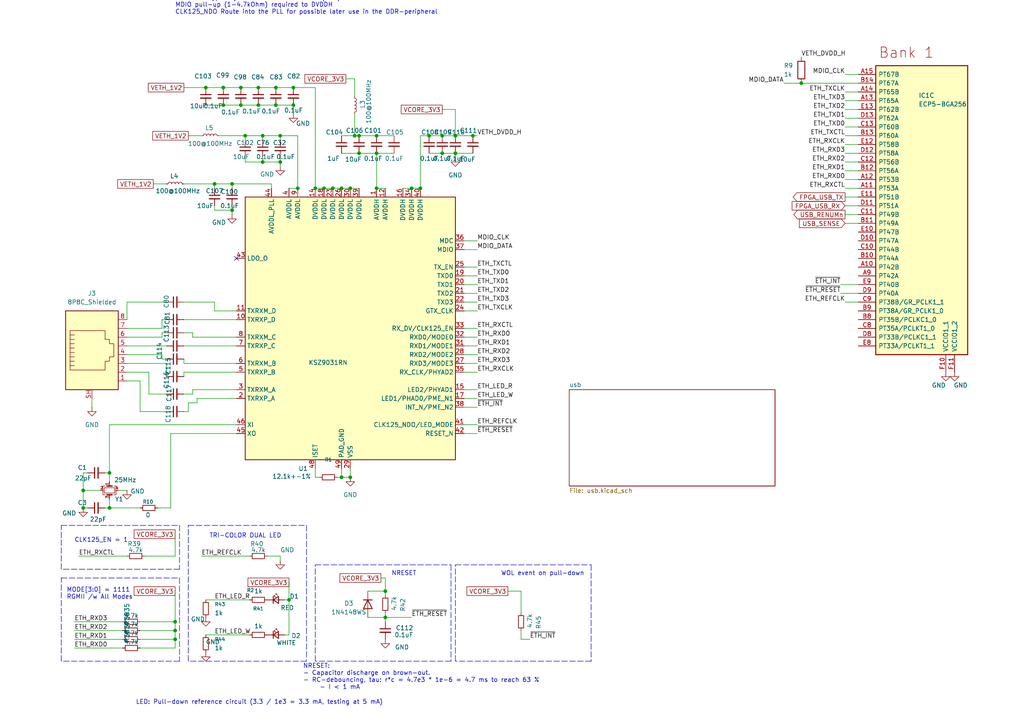
<source format=kicad_sch>
(kicad_sch (version 20250114) (generator "eeschema") (generator_version "9.0")
  (paper "A4")
  (text "NRESET: \n- Capacitor discharge on brown-out.\n- RC-debouncing, tau: r*c = 4.7e3 * 1e-6 = 4.7 ms to reach 63 %\n	- I < 1 mA" (at 87.884 200.152 0) (effects (font (size 1.27 1.27)) (justify left bottom)))
  (text "LED: Pull-down reference circuit (3.3 / 1e3 = 3.3 mA, testing at 5 mA)" (at 39.37 204.47 0) (effects (font (size 1.27 1.27)) (justify left bottom)))
  (text "MDCLK is typically about 1 MHz -2.5 MHz (MAX)\nMDIO pull-up (1-4.7kOhm) required to DVDDH\nCLK125_NDO Route into the PLL for possible later use in the DDR-peripheral" (at 50.8 1.524 0) (effects (font (size 1.27 1.27)) (justify left)))
  (text "TRI-COLOR DUAL LED" (at 60.706 156.21 0) (effects (font (size 1.27 1.27)) (justify left bottom)))
  (text "NRESET" (at 113.538 167.132 0) (effects (font (size 1.27 1.27)) (justify left bottom)))
  (text "MODE[3:0] = 1111\nRGMII /w All Modes" (at 19.304 173.99 0) (effects (font (size 1.27 1.27)) (justify left bottom)))
  (text "Auto-sense function MDI/MDI-X (3.3)\n  +  -\n* 1, 2 -> Pair 3 (Green)\n* 3, 6 -> Pair 2 (Orange)\n* 4, 5 -> Pair 1 (Blue)\n* 7, 8 -> Pair 4 (Brown)\n\nBLOCKING CAPACITORS\n- phase gain difference calibrated for < 3 degrees @ 200 kHz\n- Check TI AN1519\nHowever: the self-resonance of these ethernet magnetics is probably way below 1 GHz.\n- For now keep the 100 nF S.R.F -> think about using magnetics later-on" (at -104.394 100.076 0) (effects (font (size 1.27 1.27)) (justify left)))
  (text "CLK125_EN = 1" (at 21.59 157.48 0) (effects (font (size 1.27 1.27)) (justify left bottom)))
  (text "WOL event on pull-down" (at 145.288 167.132 0) (effects (font (size 1.27 1.27)) (justify left bottom)))
  (junction (at 50.8 185.42))
  (junction (at 69.85 30.48))
  (junction (at 99.06 54.61))
  (junction (at 111.76 171.45))
  (junction (at 99.06 138.43))
  (junction (at 69.85 25.4))
  (junction (at 85.09 30.48))
  (junction (at 232.41 24.13))
  (junction (at 81.28 46.99))
  (junction (at 24.13 142.24))
  (junction (at 64.77 30.48))
  (junction (at 50.8 182.88))
  (junction (at 128.27 44.45))
  (junction (at 96.52 54.61))
  (junction (at 102.87 39.37))
  (junction (at 59.69 25.4))
  (junction (at 124.46 39.37))
  (junction (at 91.44 54.61))
  (junction (at 109.22 44.45))
  (junction (at 67.31 60.96))
  (junction (at 50.8 180.34))
  (junction (at 80.01 25.4))
  (junction (at 86.36 54.61))
  (junction (at 101.6 54.61))
  (junction (at 74.93 30.48))
  (junction (at 104.14 44.45))
  (junction (at 80.01 30.48))
  (junction (at 119.38 54.61))
  (junction (at 109.22 39.37))
  (junction (at 132.08 44.45))
  (junction (at 109.22 54.61))
  (junction (at 104.14 39.37))
  (junction (at 62.23 53.34))
  (junction (at 31.75 147.32))
  (junction (at 137.16 39.37))
  (junction (at 93.98 54.61))
  (junction (at 71.12 39.37))
  (junction (at 24.13 147.32))
  (junction (at 111.76 179.07))
  (junction (at 132.08 39.37))
  (junction (at 74.93 25.4))
  (junction (at 101.6 138.43))
  (junction (at 31.75 137.16))
  (junction (at 128.27 39.37))
  (junction (at 76.2 46.99))
  (junction (at 64.77 25.4))
  (junction (at 83.82 173.99))
  (junction (at 81.28 39.37))
  (junction (at 67.31 53.34))
  (junction (at 76.2 39.37))
  (junction (at 85.09 25.4))
  (junction (at 121.92 54.61))
  (no_connect (at 68.58 74.93))
  (wire (pts (xy 134.62 72.39) (xy 138.43 72.39)))
  (wire (pts (xy 83.82 168.91) (xy 83.82 173.99)))
  (wire (pts (xy 110.49 167.64) (xy 111.76 167.64)))
  (polyline (pts (xy 52.07 191.77) (xy 17.78 191.77)) (stroke (width 0) (type dash)))
  (polyline (pts (xy 91.44 163.83) (xy 130.81 163.83)) (stroke (width 0) (type dash)))
  (wire (pts (xy 54.61 119.38) (xy 53.34 119.38)))
  (wire (pts (xy 99.06 54.61) (xy 96.52 54.61)))
  (wire (pts (xy 85.09 30.48) (xy 80.01 30.48)))
  (wire (pts (xy 114.3 44.45) (xy 109.22 44.45)))
  (wire (pts (xy 83.82 184.15) (xy 83.82 173.99)))
  (wire (pts (xy 248.92 21.59) (xy 245.11 21.59)))
  (wire (pts (xy 248.92 26.67) (xy 245.11 26.67)))
  (wire (pts (xy 59.69 25.4) (xy 53.34 25.4)))
  (polyline (pts (xy 88.9 191.77) (xy 54.61 191.77)) (stroke (width 0) (type dash)))
  (wire (pts (xy 26.67 115.57) (xy 26.67 118.11)))
  (wire (pts (xy 31.75 144.78) (xy 31.75 147.32)))
  (wire (pts (xy 24.13 142.24) (xy 29.21 142.24)))
  (polyline (pts (xy 171.45 163.83) (xy 171.45 191.77)) (stroke (width 0) (type dash)))
  (wire (pts (xy 64.77 25.4) (xy 69.85 25.4)))
  (wire (pts (xy 21.59 182.88) (xy 35.56 182.88)))
  (wire (pts (xy 40.64 119.38) (xy 40.64 110.49)))
  (polyline (pts (xy 54.61 152.4) (xy 88.9 152.4)) (stroke (width 0) (type dash)))
  (wire (pts (xy 48.26 87.63) (xy 36.83 87.63)))
  (wire (pts (xy 71.12 40.64) (xy 71.12 39.37)))
  (wire (pts (xy 36.83 100.33) (xy 48.26 100.33)))
  (wire (pts (xy 248.92 29.21) (xy 245.11 29.21)))
  (wire (pts (xy 67.31 60.96) (xy 62.23 60.96)))
  (wire (pts (xy 36.83 87.63) (xy 36.83 92.71)))
  (polyline (pts (xy 54.61 191.77) (xy 54.61 152.4)) (stroke (width 0) (type dash)))
  (wire (pts (xy 78.74 53.34) (xy 67.31 53.34)))
  (wire (pts (xy 101.6 54.61) (xy 99.06 54.61)))
  (wire (pts (xy 245.11 59.69) (xy 248.92 59.69)))
  (wire (pts (xy 121.92 39.37) (xy 121.92 54.61)))
  (wire (pts (xy 21.59 187.96) (xy 35.56 187.96)))
  (wire (pts (xy 134.62 107.95) (xy 138.43 107.95)))
  (wire (pts (xy 91.44 135.89) (xy 91.44 138.43)))
  (wire (pts (xy 41.91 161.29) (xy 50.8 161.29)))
  (wire (pts (xy 137.16 44.45) (xy 132.08 44.45)))
  (wire (pts (xy 68.58 105.41) (xy 53.34 105.41)))
  (polyline (pts (xy 171.45 191.77) (xy 132.08 191.77)) (stroke (width 0) (type dash)))
  (polyline (pts (xy 52.07 167.64) (xy 52.07 191.77)) (stroke (width 0) (type dash)))
  (wire (pts (xy 132.08 31.75) (xy 132.08 39.37)))
  (wire (pts (xy 46.99 95.25) (xy 36.83 95.25)))
  (wire (pts (xy 82.55 173.99) (xy 83.82 173.99)))
  (wire (pts (xy 134.62 95.25) (xy 138.43 95.25)))
  (wire (pts (xy 53.34 107.95) (xy 68.58 107.95)))
  (wire (pts (xy 97.79 138.43) (xy 99.06 138.43)))
  (wire (pts (xy 77.47 161.29) (xy 81.28 161.29)))
  (wire (pts (xy 134.62 69.85) (xy 138.43 69.85)))
  (wire (pts (xy 53.34 96.52) (xy 55.88 96.52)))
  (wire (pts (xy 111.76 179.07) (xy 119.38 179.07)))
  (wire (pts (xy 46.99 104.14) (xy 46.99 102.87)))
  (wire (pts (xy 134.62 100.33) (xy 138.43 100.33)))
  (wire (pts (xy 121.92 54.61) (xy 119.38 54.61)))
  (wire (pts (xy 57.15 115.57) (xy 68.58 115.57)))
  (wire (pts (xy 48.26 53.34) (xy 44.45 53.34)))
  (wire (pts (xy 46.99 97.79) (xy 36.83 97.79)))
  (wire (pts (xy 109.22 44.45) (xy 104.14 44.45)))
  (wire (pts (xy 248.92 46.99) (xy 245.11 46.99)))
  (wire (pts (xy 119.38 54.61) (xy 116.84 54.61)))
  (wire (pts (xy 109.22 39.37) (xy 104.14 39.37)))
  (wire (pts (xy 248.92 52.07) (xy 245.11 52.07)))
  (wire (pts (xy 248.92 44.45) (xy 245.11 44.45)))
  (wire (pts (xy 132.08 39.37) (xy 128.27 39.37)))
  (wire (pts (xy 104.14 39.37) (xy 102.87 39.37)))
  (wire (pts (xy 86.36 39.37) (xy 81.28 39.37)))
  (wire (pts (xy 55.88 97.79) (xy 68.58 97.79)))
  (wire (pts (xy 134.62 87.63) (xy 138.43 87.63)))
  (wire (pts (xy 40.64 180.34) (xy 50.8 180.34)))
  (wire (pts (xy 248.92 54.61) (xy 245.11 54.61)))
  (wire (pts (xy 134.62 82.55) (xy 138.43 82.55)))
  (wire (pts (xy 153.67 185.42) (xy 151.13 185.42)))
  (wire (pts (xy 76.2 40.64) (xy 76.2 39.37)))
  (wire (pts (xy 109.22 44.45) (xy 109.22 54.61)))
  (wire (pts (xy 62.23 54.61) (xy 62.23 53.34)))
  (wire (pts (xy 30.48 137.16) (xy 31.75 137.16)))
  (wire (pts (xy 49.53 147.32) (xy 45.72 147.32)))
  (wire (pts (xy 62.23 59.69) (xy 62.23 60.96)))
  (wire (pts (xy 138.43 39.37) (xy 137.16 39.37)))
  (wire (pts (xy 68.58 90.17) (xy 62.23 90.17)))
  (wire (pts (xy 48.26 105.41) (xy 36.83 105.41)))
  (wire (pts (xy 104.14 44.45) (xy 99.06 44.45)))
  (wire (pts (xy 71.12 39.37) (xy 63.5 39.37)))
  (wire (pts (xy 78.74 54.61) (xy 78.74 53.34)))
  (polyline (pts (xy 17.78 191.77) (xy 17.78 167.64)) (stroke (width 0) (type dash)))
  (wire (pts (xy 76.2 39.37) (xy 71.12 39.37)))
  (wire (pts (xy 99.06 135.89) (xy 99.06 138.43)))
  (wire (pts (xy 81.28 46.99) (xy 76.2 46.99)))
  (wire (pts (xy 48.26 104.14) (xy 46.99 104.14)))
  (wire (pts (xy 64.77 30.48) (xy 59.69 30.48)))
  (wire (pts (xy 59.69 184.15) (xy 72.39 184.15)))
  (wire (pts (xy 50.8 185.42) (xy 50.8 187.96)))
  (wire (pts (xy 59.69 173.99) (xy 72.39 173.99)))
  (wire (pts (xy 86.36 39.37) (xy 86.36 54.61)))
  (wire (pts (xy 248.92 24.13) (xy 232.41 24.13)))
  (wire (pts (xy 74.93 30.48) (xy 80.01 30.48)))
  (wire (pts (xy 40.64 182.88) (xy 50.8 182.88)))
  (wire (pts (xy 85.09 25.4) (xy 80.01 25.4)))
  (wire (pts (xy 111.76 179.07) (xy 111.76 180.34)))
  (wire (pts (xy 74.93 30.48) (xy 69.85 30.48)))
  (wire (pts (xy 57.15 116.84) (xy 57.15 115.57)))
  (wire (pts (xy 134.62 97.79) (xy 138.43 97.79)))
  (wire (pts (xy 85.09 25.4) (xy 91.44 25.4)))
  (wire (pts (xy 31.75 137.16) (xy 31.75 123.19)))
  (wire (pts (xy 137.16 39.37) (xy 132.08 39.37)))
  (wire (pts (xy 49.53 125.73) (xy 49.53 147.32)))
  (wire (pts (xy 102.87 22.86) (xy 102.87 27.94)))
  (wire (pts (xy 91.44 138.43) (xy 92.71 138.43)))
  (wire (pts (xy 91.44 25.4) (xy 91.44 54.61)))
  (wire (pts (xy 248.92 34.29) (xy 245.11 34.29)))
  (wire (pts (xy 35.56 185.42) (xy 21.59 185.42)))
  (wire (pts (xy 69.85 30.48) (xy 64.77 30.48)))
  (wire (pts (xy 55.88 114.3) (xy 55.88 113.03)))
  (wire (pts (xy 245.11 64.77) (xy 248.92 64.77)))
  (wire (pts (xy 248.92 39.37) (xy 245.11 39.37)))
  (wire (pts (xy 74.93 25.4) (xy 69.85 25.4)))
  (wire (pts (xy 134.62 115.57) (xy 138.43 115.57)))
  (wire (pts (xy 114.3 39.37) (xy 109.22 39.37)))
  (wire (pts (xy 243.84 85.09) (xy 248.92 85.09)))
  (polyline (pts (xy 91.44 191.77) (xy 91.44 163.83)) (stroke (width 0) (type dash)))
  (wire (pts (xy 132.08 44.45) (xy 128.27 44.45)))
  (wire (pts (xy 76.2 46.99) (xy 71.12 46.99)))
  (wire (pts (xy 48.26 92.71) (xy 46.99 92.71)))
  (wire (pts (xy 81.28 46.99) (xy 81.28 45.72)))
  (wire (pts (xy 86.36 54.61) (xy 83.82 54.61)))
  (wire (pts (xy 128.27 31.75) (xy 132.08 31.75)))
  (wire (pts (xy 111.76 177.8) (xy 111.76 179.07)))
  (wire (pts (xy 232.41 24.13) (xy 227.33 24.13)))
  (wire (pts (xy 55.88 113.03) (xy 68.58 113.03)))
  (wire (pts (xy 46.99 92.71) (xy 46.99 95.25)))
  (polyline (pts (xy 88.9 152.4) (xy 88.9 191.77)) (stroke (width 0) (type dash)))
  (wire (pts (xy 62.23 87.63) (xy 62.23 90.17)))
  (polyline (pts (xy 17.78 152.4) (xy 52.07 152.4)) (stroke (width 0) (type dash)))
  (wire (pts (xy 81.28 40.64) (xy 81.28 39.37)))
  (wire (pts (xy 40.64 110.49) (xy 36.83 110.49)))
  (wire (pts (xy 58.42 39.37) (xy 54.61 39.37)))
  (wire (pts (xy 128.27 39.37) (xy 124.46 39.37)))
  (wire (pts (xy 22.86 161.29) (xy 36.83 161.29)))
  (wire (pts (xy 81.28 39.37) (xy 76.2 39.37)))
  (wire (pts (xy 245.11 62.23) (xy 248.92 62.23)))
  (wire (pts (xy 96.52 54.61) (xy 93.98 54.61)))
  (polyline (pts (xy 130.81 163.83) (xy 130.81 191.77)) (stroke (width 0) (type dash)))
  (wire (pts (xy 111.76 171.45) (xy 111.76 172.72)))
  (wire (pts (xy 104.14 54.61) (xy 101.6 54.61)))
  (wire (pts (xy 134.62 80.01) (xy 138.43 80.01)))
  (wire (pts (xy 53.34 100.33) (xy 68.58 100.33)))
  (wire (pts (xy 46.99 96.52) (xy 46.99 97.79)))
  (wire (pts (xy 76.2 46.99) (xy 76.2 45.72)))
  (wire (pts (xy 53.34 105.41) (xy 53.34 104.14)))
  (wire (pts (xy 48.26 109.22) (xy 48.26 105.41)))
  (wire (pts (xy 43.18 107.95) (xy 36.83 107.95)))
  (wire (pts (xy 109.22 54.61) (xy 111.76 54.61)))
  (polyline (pts (xy 17.78 165.1) (xy 17.78 152.4)) (stroke (width 0) (type dash)))
  (wire (pts (xy 134.62 85.09) (xy 138.43 85.09)))
  (wire (pts (xy 243.84 82.55) (xy 248.92 82.55)))
  (wire (pts (xy 134.62 123.19) (xy 138.43 123.19)))
  (wire (pts (xy 134.62 90.17) (xy 138.43 90.17)))
  (wire (pts (xy 54.61 119.38) (xy 54.61 116.84)))
  (wire (pts (xy 48.26 114.3) (xy 43.18 114.3)))
  (wire (pts (xy 245.11 57.15) (xy 248.92 57.15)))
  (wire (pts (xy 102.87 22.86) (xy 100.33 22.86)))
  (wire (pts (xy 101.6 135.89) (xy 101.6 138.43)))
  (wire (pts (xy 31.75 147.32) (xy 40.64 147.32)))
  (wire (pts (xy 134.62 77.47) (xy 138.43 77.47)))
  (wire (pts (xy 46.99 96.52) (xy 48.26 96.52)))
  (wire (pts (xy 64.77 25.4) (xy 59.69 25.4)))
  (wire (pts (xy 106.68 171.45) (xy 111.76 171.45)))
  (polyline (pts (xy 130.81 191.77) (xy 91.44 191.77)) (stroke (width 0) (type dash)))
  (wire (pts (xy 40.64 187.96) (xy 50.8 187.96)))
  (wire (pts (xy 67.31 62.23) (xy 67.31 60.96)))
  (polyline (pts (xy 132.08 163.83) (xy 171.45 163.83)) (stroke (width 0) (type dash)))
  (wire (pts (xy 24.13 137.16) (xy 25.4 137.16)))
  (wire (pts (xy 124.46 39.37) (xy 121.92 39.37)))
  (wire (pts (xy 248.92 31.75) (xy 245.11 31.75)))
  (wire (pts (xy 50.8 171.45) (xy 50.8 180.34)))
  (wire (pts (xy 134.62 125.73) (xy 138.43 125.73)))
  (polyline (pts (xy 52.07 152.4) (xy 52.07 165.1)) (stroke (width 0) (type dash)))
  (wire (pts (xy 134.62 113.03) (xy 138.43 113.03)))
  (wire (pts (xy 46.99 102.87) (xy 36.83 102.87)))
  (wire (pts (xy 106.68 179.07) (xy 111.76 179.07)))
  (wire (pts (xy 68.58 92.71) (xy 53.34 92.71)))
  (wire (pts (xy 102.87 33.02) (xy 102.87 39.37)))
  (wire (pts (xy 54.61 116.84) (xy 57.15 116.84)))
  (wire (pts (xy 80.01 25.4) (xy 74.93 25.4)))
  (wire (pts (xy 55.88 114.3) (xy 53.34 114.3)))
  (wire (pts (xy 50.8 154.94) (xy 50.8 161.29)))
  (wire (pts (xy 68.58 125.73) (xy 49.53 125.73)))
  (wire (pts (xy 134.62 105.41) (xy 138.43 105.41)))
  (wire (pts (xy 128.27 44.45) (xy 124.46 44.45)))
  (wire (pts (xy 53.34 53.34) (xy 62.23 53.34)))
  (wire (pts (xy 67.31 54.61) (xy 67.31 53.34)))
  (wire (pts (xy 24.13 142.24) (xy 24.13 147.32)))
  (wire (pts (xy 71.12 46.99) (xy 71.12 45.72)))
  (wire (pts (xy 31.75 123.19) (xy 68.58 123.19)))
  (wire (pts (xy 99.06 138.43) (xy 101.6 138.43)))
  (wire (pts (xy 24.13 147.32) (xy 25.4 147.32)))
  (wire (pts (xy 93.98 54.61) (xy 91.44 54.61)))
  (wire (pts (xy 151.13 185.42) (xy 151.13 182.88)))
  (wire (pts (xy 151.13 171.45) (xy 151.13 177.8)))
  (wire (pts (xy 55.88 96.52) (xy 55.88 97.79)))
  (wire (pts (xy 147.32 171.45) (xy 151.13 171.45)))
  (polyline (pts (xy 17.78 167.64) (xy 52.07 167.64)) (stroke (width 0) (type dash)))
  (wire (pts (xy 111.76 167.64) (xy 111.76 171.45)))
  (wire (pts (xy 58.42 161.29) (xy 72.39 161.29)))
  (wire (pts (xy 34.29 142.24) (xy 36.83 142.24)))
  (wire (pts (xy 30.48 147.32) (xy 31.75 147.32)))
  (wire (pts (xy 102.87 39.37) (xy 99.06 39.37)))
  (wire (pts (xy 81.28 161.29) (xy 81.28 162.56)))
  (wire (pts (xy 134.62 118.11) (xy 138.43 118.11)))
  (wire (pts (xy 248.92 36.83) (xy 245.11 36.83)))
  (polyline (pts (xy 52.07 165.1) (xy 17.78 165.1)) (stroke (width 0) (type dash)))
  (polyline (pts (xy 132.08 191.77) (xy 132.08 163.83)) (stroke (width 0) (type dash)))
  (wire (pts (xy 48.26 119.38) (xy 40.64 119.38)))
  (wire (pts (xy 43.18 114.3) (xy 43.18 107.95)))
  (wire (pts (xy 50.8 182.88) (xy 50.8 185.42)))
  (wire (pts (xy 67.31 59.69) (xy 67.31 60.96)))
  (wire (pts (xy 248.92 49.53) (xy 245.11 49.53)))
  (wire (pts (xy 50.8 180.34) (xy 50.8 182.88)))
  (wire (pts (xy 62.23 53.34) (xy 67.31 53.34)))
  (wire (pts (xy 134.62 102.87) (xy 138.43 102.87)))
  (wire (pts (xy 21.59 180.34) (xy 35.56 180.34)))
  (wire (pts (xy 62.23 87.63) (xy 53.34 87.63)))
  (wire (pts (xy 40.64 185.42) (xy 50.8 185.42)))
  (wire (pts (xy 248.92 41.91) (xy 245.11 41.91)))
  (wire (pts (xy 31.75 137.16) (xy 31.75 139.7)))
  (wire (pts (xy 81.28 48.26) (xy 81.28 46.99)))
  (wire (pts (xy 132.08 45.72) (xy 132.08 44.45)))
  (wire (pts (xy 24.13 137.16) (xy 24.13 142.24)))
  (wire (pts (xy 53.34 109.22) (xy 53.34 107.95)))
  (wire (pts (xy 82.55 184.15) (xy 83.82 184.15)))
  (wire (pts (xy 85.09 33.02) (xy 85.09 30.48)))
  (wire (pts (xy 245.11 87.63) (xy 248.92 87.63)))
  (label "ETH_LED_R" (at 62.23 173.99 0))
  (label "ETH_LED_R" (at 138.43 113.03 0))
  (label "ETH_LED_W" (at 138.43 115.57 0))
  (label "ETH_TXD3" (at 245.11 29.21 180))
  (label "VETH_DVDD_H" (at 138.43 39.37 0))
  (label "ETH_TXD2" (at 138.43 85.09 0))
  (label "ETH_TXD1" (at 245.11 34.29 180))
  (label "ETH_RXCTL" (at 245.11 54.61 180))
  (label "MDIO_CLK" (at 138.43 69.85 0))
  (label "~{ETH_RESET}" (at 119.38 179.07 0))
  (label "~{ETH_INT}" (at 138.43 118.11 0))
  (label "ETH_REFCLK" (at 58.42 161.29 0))
  (label "ETH_RXCTL" (at 138.43 95.25 0))
  (label "ETH_RXD2" (at 138.43 102.87 0))
  (label "ETH_RXCTL" (at 22.86 161.29 0))
  (label "ETH_TXD3" (at 138.43 87.63 0))
  (label "ETH_TXCTL" (at 138.43 77.47 0))
  (label "MDIO_CLK" (at 245.11 21.59 180))
  (label "ETH_RXD3" (at 21.59 180.34 0))
  (label "~{ETH_RESET}" (at 138.43 125.73 0))
  (label "MDIO_DATA" (at 138.43 72.39 0))
  (label "MDIO_DATA" (at 227.33 24.13 180))
  (label "ETH_RXD1" (at 245.11 49.53 180))
  (label "ETH_TXD0" (at 138.43 80.01 0))
  (label "ETH_RXCLK" (at 138.43 107.95 0))
  (label "ETH_RXD3" (at 138.43 105.41 0))
  (label "ETH_LED_W" (at 62.23 184.15 0))
  (label "ETH_RXD3" (at 245.11 44.45 180))
  (label "ETH_REFCLK" (at 245.11 87.63 180))
  (label "ETH_RXD1" (at 138.43 100.33 0))
  (label "ETH_TXD0" (at 245.11 36.83 180))
  (label "ETH_RXD0" (at 245.11 52.07 180))
  (label "ETH_TXCLK" (at 245.11 26.67 180))
  (label "ETH_RXD2" (at 245.11 46.99 180))
  (label "ETH_RXD0" (at 138.43 97.79 0))
  (label "ETH_TXD1" (at 138.43 82.55 0))
  (label "ETH_TXD2" (at 245.11 31.75 180))
  (label "~{ETH_RESET}" (at 243.84 85.09 180))
  (label "~{ETH_INT}" (at 153.67 185.42 0))
  (label "ETH_RXD1" (at 21.59 185.42 0))
  (label "ETH_TXCLK" (at 138.43 90.17 0))
  (label "ETH_RXCLK" (at 245.11 41.91 180))
  (label "VETH_DVDD_H" (at 232.41 16.51 0))
  (label "ETH_TXCTL" (at 245.11 39.37 180))
  (label "~{ETH_INT}" (at 243.84 82.55 180))
  (label "ETH_REFCLK" (at 138.43 123.19 0))
  (label "ETH_RXD2" (at 21.59 182.88 0))
  (label "ETH_RXD0" (at 21.59 187.96 0))
  (global_label "VETH_1V2" (shape passive) (at 54.61 39.37 180) (property "Intersheetrefs" "${INTERSHEET_REFS}" (effects (hide yes))))
  (global_label "VETH_1V2" (shape passive) (at 44.45 53.34 180) (property "Intersheetrefs" "${INTERSHEET_REFS}" (effects (hide yes))))
  (global_label "USB_SENSE" (shape input) (at 245.11 64.77 180) (property "Intersheetrefs" "${INTERSHEET_REFS}" (effects (hide yes))))
  (global_label "VCORE_3V3" (shape passive) (at 110.49 167.64 180) (property "Intersheetrefs" "${INTERSHEET_REFS}" (effects (hide yes))))
  (global_label "VETH_1V2" (shape passive) (at 53.34 25.4 180) (property "Intersheetrefs" "${INTERSHEET_REFS}" (effects (hide yes))))
  (global_label "VCORE_3V3" (shape passive) (at 50.8 154.94 180) (property "Intersheetrefs" "${INTERSHEET_REFS}" (effects (hide yes))))
  (global_label "FPGA_USB_RX" (shape input) (at 245.11 59.69 180) (property "Intersheetrefs" "${INTERSHEET_REFS}" (effects (hide yes))))
  (global_label "VCORE_3V3" (shape passive) (at 83.82 168.91 180) (property "Intersheetrefs" "${INTERSHEET_REFS}" (effects (hide yes))))
  (global_label "VCORE_3V3" (shape passive) (at 50.8 171.45 180) (property "Intersheetrefs" "${INTERSHEET_REFS}" (effects (hide yes))))
  (global_label "USB_RENUMn" (shape output) (at 245.11 62.23 180) (property "Intersheetrefs" "${INTERSHEET_REFS}" (effects (hide yes))))
  (global_label "VCORE_3V3" (shape passive) (at 100.33 22.86 180) (property "Intersheetrefs" "${INTERSHEET_REFS}" (effects (hide yes))))
  (global_label "FPGA_USB_TX" (shape output) (at 245.11 57.15 180) (property "Intersheetrefs" "${INTERSHEET_REFS}" (effects (hide yes))))
  (global_label "VCORE_3V3" (shape passive) (at 128.27 31.75 180) (property "Intersheetrefs" "${INTERSHEET_REFS}" (effects (hide yes))))
  (global_label "VCORE_3V3" (shape passive) (at 147.32 171.45 180) (property "Intersheetrefs" "${INTERSHEET_REFS}" (effects (hide yes))))
  (symbol (lib_id "Device:R_Small") (at 38.1 182.88 90) (unit 1)
    (property "Reference" "R36" (at 36.83 181.356 0) (effects (justify left)))
    (property "Value" "4.7k" (at 38.1 181.102 90))
    (property "Footprint" "Resistor_SMD:R_0402_1005Metric" (effects (hide yes)))
    (property "Description" "Resistor, small symbol" (effects (hide yes)))
    (property "LCSC Part Number" "C25900" (effects (hide yes)))
    (property "Manufacturing Part Number" "0402WGF4701TCE" (effects (hide yes)))
  )
  (symbol (lib_id "ecp5bga256:ECP5-BGA256") (at 262.89 60.96 180) (unit 3)
    (property "Reference" "IC1" (at 266.446 27.686 0) (effects (justify right)))
    (property "Value" "ECP5-BGA256" (at 266.446 30.226 0) (effects (justify right)))
    (property "Footprint" "BGA256C80P16X16_1400X1400X170" (effects (hide yes)))
    (property "Description" "FPGA - Field Programmable Gate Array ECP5; 12k LUTs; 1.1V" (effects (hide yes)))
    (property "Manufacturer" "Lattice" (effects (hide yes)))
    (property "Part Number" "LFE5U-12F-6BG256C" (effects (hide yes)))
  )
  (symbol (lib_id "Device:R_Small") (at 43.18 147.32 90) (unit 1)
    (property "Reference" "R10" (at 42.926 145.542 90) (effects (font (size 1.016 1.016))))
    (property "Value" "0" (at 42.926 149.352 90))
    (property "Footprint" "Resistor_SMD:R_0402_1005Metric_Pad0.72x0.64mm_HandSolder" (effects (hide yes)))
    (property "Datasheet" "https://jlcpcb.com/api/file/downloadByFileSystemAccessId/8579705904671227904" (effects (hide yes)))
    (property "Description" "Resistor, small symbol" (effects (hide yes)))
    (property "LPN" "C17168" (effects (hide yes)))
    (property "MPN" "0402WGF0000TCE" (effects (hide yes)))
  )
  (symbol (lib_id "Device:R_Small") (at 151.13 180.34 180) (unit 1)
    (property "Reference" "R45" (at 156.21 178.562 90) (effects (justify left)))
    (property "Value" "4.7k" (at 153.67 180.086 90))
    (property "Footprint" "Resistor_SMD:R_0402_1005Metric" (effects (hide yes)))
    (property "Description" "Resistor, small symbol" (effects (hide yes)))
    (property "LCSC Part Number" "C25900" (effects (hide yes)))
    (property "Manufacturing Part Number" "0402WGF4701TCE" (effects (hide yes)))
  )
  (symbol (lib_id "Device:C_Small") (at 132.08 41.91 0) (mirror y) (unit 1)
    (property "Reference" "C110" (at 134.874 38.354 0) (effects (justify left)))
    (property "Value" "0.1uF" (at 134.874 45.974 0) (effects (justify left)))
    (property "Footprint" "Capacitor_SMD:C_0402_1005Metric" (effects (hide yes)))
    (property "Description" "Unpolarized capacitor, small symbol" (effects (hide yes)))
    (property "LCSC Part Number" "C307331" (effects (hide yes)))
    (property "Manufacturing Part Number" "CL05B104KB54PNC" (effects (hide yes)))
  )
  (symbol (lib_id "power:GND") (at 111.76 185.42 0) (unit 1)
    (property "Reference" "#PWR076" (effects (hide yes)))
    (property "Value" "GND" (at 116.586 187.706 0))
    (property "Description" "Power symbol creates a global label with name \"GND\" , ground" (effects (hide yes)))
  )
  (symbol (lib_id "Device:C_Small") (at 71.12 43.18 0) (mirror y) (unit 1)
    (property "Reference" "C102" (at 73.66 41.402 0) (effects (justify left)))
    (property "Value" "10uF" (at 72.39 45.466 0) (effects (justify left)))
    (property "Footprint" "Capacitor_SMD:C_0603_1608Metric" (effects (hide yes)))
    (property "Description" "Unpolarized capacitor, small symbol" (effects (hide yes)))
    (property "LCSC Part Number" "C19702" (effects (hide yes)))
    (property "Manufacturing Part Number" "CL10A106KP8NNNC" (effects (hide yes)))
  )
  (symbol (lib_id "Connector:8P8C_Shielded") (at 26.67 102.87 0) (unit 1)
    (property "Reference" "J3" (at 26.67 85.09 0))
    (property "Value" "8P8C_Shielded" (at 26.67 87.63 0))
    (property "Footprint" "Connector_RJ:RJ45_RCH_RC01937" (effects (hide yes)))
    (property "Description" "RJ connector, 8P8C (8 positions 8 connected), RJ31/RJ32/RJ33/RJ34/RJ35/RJ41/RJ45/RJ49/RJ61, Shielded" (effects (hide yes)))
    (property "LCSC Part Number" "C708652" (effects (hide yes)))
    (property "Manufacturing Part Number" "RC01937" (effects (hide yes)))
  )
  (symbol (lib_id "Device:C_Small") (at 59.69 27.94 0) (mirror y) (unit 1)
    (property "Reference" "C103" (at 61.468 22.098 0) (effects (justify left)))
    (property "Value" "10uF" (at 59.944 30.734 0) (effects (justify left)))
    (property "Footprint" "Capacitor_SMD:C_0603_1608Metric" (effects (hide yes)))
    (property "Description" "Unpolarized capacitor, small symbol" (effects (hide yes)))
    (property "LCSC Part Number" "C19702" (effects (hide yes)))
    (property "Manufacturing Part Number" "CL10A106KP8NNNC" (effects (hide yes)))
  )
  (symbol (lib_id "Device:C_Small") (at 50.8 114.3 90) (unit 1)
    (property "Reference" "C117" (at 49.022 116.586 0) (effects (justify left)))
    (property "Value" "100 nF +-5%" (effects (hide yes)))
    (property "Footprint" "Capacitor_SMD:C_0603_1608Metric_Pad1.08x0.95mm_HandSolder" (effects (hide yes)))
    (property "Datasheet" "https://jlcpcb.com/api/file/downloadByFileSystemAccessId/8588895711026941952" (effects (hide yes)))
    (property "Description" "X7R" (effects (hide yes)))
    (property "LCSC Part Number" "C88136" (effects (hide yes)))
    (property "Manufacturing Part Number" "0603B104J500NT" (effects (hide yes)))
  )
  (symbol (lib_id "power:GND") (at 85.09 33.02 0) (mirror y) (unit 1)
    (property "Reference" "#PWR019" (effects (hide yes)))
    (property "Value" "GND" (at 87.884 35.814 0))
    (property "Description" "Power symbol creates a global label with name \"GND\" , ground" (effects (hide yes)))
  )
  (symbol (lib_id "Device:R_Small") (at 111.76 175.26 180) (unit 1)
    (property "Reference" "R42" (at 116.84 173.482 90) (effects (justify left)))
    (property "Value" "4.7k" (at 114.3 175.006 90))
    (property "Footprint" "Resistor_SMD:R_0402_1005Metric" (effects (hide yes)))
    (property "Description" "Resistor, small symbol" (effects (hide yes)))
    (property "LCSC Part Number" "C25900" (effects (hide yes)))
    (property "Manufacturing Part Number" "0402WGF4701TCE" (effects (hide yes)))
  )
  (symbol (lib_id "Device:R_Small") (at 74.93 173.99 90) (unit 1)
    (property "Reference" "R2" (at 72.644 171.196 90) (effects (font (size 1.016 1.016))))
    (property "Value" "1k" (at 74.93 171.45 90))
    (property "Footprint" "Resistor_SMD:R_0402_1005Metric" (effects (hide yes)))
    (property "Datasheet" "https://jlcpcb.com/api/file/downloadByFileSystemAccessId/8579705924167974912" (effects (hide yes)))
    (property "Description" "Resistor, small symbol" (effects (hide yes)))
    (property "MPN" "0402WGF1001TCE" (effects (hide yes)))
    (property "LPN" "C11702" (effects (hide yes)))
  )
  (symbol (lib_id "Device:C_Small") (at 76.2 43.18 0) (mirror y) (unit 1)
    (property "Reference" "C76" (at 78.232 41.402 0) (effects (justify left)))
    (property "Value" "0.1uF" (at 79.756 45.466 0) (effects (justify left)))
    (property "Footprint" "Capacitor_SMD:C_0402_1005Metric" (effects (hide yes)))
    (property "Description" "Unpolarized capacitor, small symbol" (effects (hide yes)))
    (property "LCSC Part Number" "C307331" (effects (hide yes)))
    (property "Manufacturing Part Number" "CL05B104KB54PNC" (effects (hide yes)))
  )
  (symbol (lib_id "power:GND") (at 132.08 45.72 0) (mirror y) (unit 1)
    (property "Reference" "#PWR023" (effects (hide yes)))
    (property "Value" "GND" (at 132.08 50.8 0))
    (property "Description" "Power symbol creates a global label with name \"GND\" , ground" (effects (hide yes)))
  )
  (symbol (lib_id "Diode:1N4148WS") (at 106.68 175.26 270) (unit 1)
    (property "Reference" "D3" (at 99.822 175.006 90) (effects (justify left)))
    (property "Value" "1N4148WS" (at 96.012 177.546 90) (effects (justify left)))
    (property "Footprint" "Diode_SMD:D_SOD-323" (effects (hide yes)))
    (property "Datasheet" "https://www.vishay.com/docs/85751/1n4148ws.pdf" (effects (hide yes)))
    (property "Description" "75V 0.15A Fast switching Diode, SOD-323" (effects (hide yes)))
    (property "Sim.Device" "D" (effects (hide yes)))
    (property "Sim.Pins" "1=K 2=A" (effects (hide yes)))
    (property "LPN" "C2128" (effects (hide yes)))
    (property "MPN" "1N4148WS" (effects (hide yes)))
  )
  (symbol (lib_id "Device:C_Small") (at 80.01 27.94 0) (mirror y) (unit 1)
    (property "Reference" "C83" (at 82.042 22.352 0) (effects (justify left)))
    (property "Value" "0.1uF" (at 81.28 32.258 0) (effects (justify left)))
    (property "Footprint" "Capacitor_SMD:C_0402_1005Metric" (effects (hide yes)))
    (property "Description" "Unpolarized capacitor, small symbol" (effects (hide yes)))
    (property "LCSC Part Number" "C307331" (effects (hide yes)))
    (property "Manufacturing Part Number" "CL05B104KB54PNC" (effects (hide yes)))
  )
  (symbol (lib_id "Device:C_Small") (at 62.23 57.15 0) (mirror y) (unit 1)
    (property "Reference" "C107" (at 64.77 55.372 0) (effects (justify left)))
    (property "Value" "10uF" (at 61.976 59.69 0) (effects (justify left)))
    (property "Footprint" "Capacitor_SMD:C_0603_1608Metric" (effects (hide yes)))
    (property "Description" "Unpolarized capacitor, small symbol" (effects (hide yes)))
    (property "LCSC Part Number" "C19702" (effects (hide yes)))
    (property "Manufacturing Part Number" "CL10A106KP8NNNC" (effects (hide yes)))
  )
  (symbol (lib_id "Device:C_Small") (at 67.31 57.15 0) (mirror y) (unit 1)
    (property "Reference" "C100" (at 69.088 55.626 0) (effects (justify left)))
    (property "Value" "0.1uF" (at 69.342 59.69 0) (effects (justify left)))
    (property "Footprint" "Capacitor_SMD:C_0402_1005Metric" (effects (hide yes)))
    (property "Description" "Unpolarized capacitor, small symbol" (effects (hide yes)))
    (property "LCSC Part Number" "C307331" (effects (hide yes)))
    (property "Manufacturing Part Number" "CL05B104KB54PNC" (effects (hide yes)))
  )
  (symbol (lib_id "Device:L_Small") (at 50.8 53.34 270) (mirror x) (unit 1)
    (property "Reference" "L4" (at 50.546 51.054 90))
    (property "Value" "100@100MHz" (at 51.562 55.372 90))
    (property "Footprint" "Inductor_SMD:L_0805_2012Metric" (effects (hide yes)))
    (property "Datasheet" "https://evelta.com/content/datasheets/212-Ferrite-2012.pdf?srsltid=AfmBOorSOAa4heu7cSyutfRsc3vpaurrbIuNb9ld4jjqykL3w9nvQevy" (effects (hide yes)))
    (property "Description" "Ferrite" (effects (hide yes)))
    (property "LPN" "C1015" (effects (hide yes)))
    (property "MPN" "GZ2012D101TF" (effects (hide yes)))
  )
  (symbol (lib_id "Device:C_Small") (at 27.94 137.16 90) (unit 1)
    (property "Reference" "C1" (at 23.876 135.636 90))
    (property "Value" "22pF" (at 24.13 138.684 90))
    (property "Footprint" "Capacitor_SMD:C_0402_1005Metric" (effects (hide yes)))
    (property "Datasheet" "https://jlcpcb.com/api/file/downloadByFileSystemAccessId/8588900405766340608" (effects (hide yes)))
    (property "Description" "Unpolarized capacitor, small symbol" (effects (hide yes)))
    (property "MPN" "0402CG220J500NT" (effects (hide yes)))
    (property "LPN" "C1555" (effects (hide yes)))
  )
  (symbol (lib_id "power:GND") (at 67.31 62.23 0) (mirror y) (unit 1)
    (property "Reference" "#PWR020" (effects (hide yes)))
    (property "Value" "GND" (at 63.5 64.516 0))
    (property "Description" "Power symbol creates a global label with name \"GND\" , ground" (effects (hide yes)))
  )
  (symbol (lib_id "Device:C_Small") (at 128.27 41.91 0) (mirror y) (unit 1)
    (property "Reference" "C109" (at 131.064 38.354 0) (effects (justify left)))
    (property "Value" "0.1uF" (at 131.064 45.974 0) (effects (justify left)))
    (property "Footprint" "Capacitor_SMD:C_0402_1005Metric" (effects (hide yes)))
    (property "Description" "Unpolarized capacitor, small symbol" (effects (hide yes)))
    (property "LCSC Part Number" "C307331" (effects (hide yes)))
    (property "Manufacturing Part Number" "CL05B104KB54PNC" (effects (hide yes)))
  )
  (symbol (lib_id "Device:C_Small") (at 50.8 92.71 90) (unit 1)
    (property "Reference" "C81" (at 48.514 94.234 0) (effects (justify left)))
    (property "Value" "100 nF +-5%" (effects (hide yes)))
    (property "Footprint" "Capacitor_SMD:C_0603_1608Metric_Pad1.08x0.95mm_HandSolder" (effects (hide yes)))
    (property "Datasheet" "https://jlcpcb.com/api/file/downloadByFileSystemAccessId/8588895711026941952" (effects (hide yes)))
    (property "Description" "X7R" (effects (hide yes)))
    (property "LCSC Part Number" "C88136" (effects (hide yes)))
    (property "Manufacturing Part Number" "0603B104J500NT" (effects (hide yes)))
  )
  (symbol (lib_id "Device:C_Small") (at 74.93 27.94 0) (mirror y) (unit 1)
    (property "Reference" "C84" (at 76.708 22.352 0) (effects (justify left)))
    (property "Value" "0.1uF" (at 75.692 32.258 0) (effects (justify left)))
    (property "Footprint" "Capacitor_SMD:C_0402_1005Metric" (effects (hide yes)))
    (property "Description" "Unpolarized capacitor, small symbol" (effects (hide yes)))
    (property "LCSC Part Number" "C307331" (effects (hide yes)))
    (property "Manufacturing Part Number" "CL05B104KB54PNC" (effects (hide yes)))
  )
  (symbol (lib_id "power:GND") (at 81.28 162.56 0) (unit 1)
    (property "Reference" "#PWR075" (effects (hide yes)))
    (property "Value" "GND" (at 83.312 159.512 0))
    (property "Description" "Power symbol creates a global label with name \"GND\" , ground" (effects (hide yes)))
  )
  (symbol (lib_id "Device:R_Small") (at 38.1 185.42 90) (unit 1)
    (property "Reference" "R37" (at 36.83 183.896 0) (effects (justify left)))
    (property "Value" "4.7k" (at 38.1 183.642 90))
    (property "Footprint" "Resistor_SMD:R_0402_1005Metric" (effects (hide yes)))
    (property "Description" "Resistor, small symbol" (effects (hide yes)))
    (property "LCSC Part Number" "C25900" (effects (hide yes)))
    (property "Manufacturing Part Number" "0402WGF4701TCE" (effects (hide yes)))
  )
  (symbol (lib_id "Device:C_Small") (at 50.8 109.22 90) (unit 1)
    (property "Reference" "C116" (at 48.26 112.776 0) (effects (justify left)))
    (property "Value" "100 nF +-5%" (effects (hide yes)))
    (property "Footprint" "Capacitor_SMD:C_0603_1608Metric_Pad1.08x0.95mm_HandSolder" (effects (hide yes)))
    (property "Datasheet" "https://jlcpcb.com/api/file/downloadByFileSystemAccessId/8588895711026941952" (effects (hide yes)))
    (property "Description" "X7R" (effects (hide yes)))
    (property "LCSC Part Number" "C88136" (effects (hide yes)))
    (property "Manufacturing Part Number" "0603B104J500NT" (effects (hide yes)))
  )
  (symbol (lib_id "power:GND") (at 26.67 118.11 0) (mirror y) (unit 1)
    (property "Reference" "#PWR042" (effects (hide yes)))
    (property "Value" "GND" (at 26.67 123.19 0))
    (property "Description" "Power symbol creates a global label with name \"GND\" , ground" (effects (hide yes)))
  )
  (symbol (lib_id "power:GND") (at 36.83 142.24 0) (unit 1)
    (property "Reference" "#PWR050" (effects (hide yes)))
    (property "Value" "GND" (at 39.878 142.494 0))
    (property "Description" "Power symbol creates a global label with name \"GND\" , ground" (effects (hide yes)))
  )
  (symbol (lib_id "Device:R_Small") (at 38.1 180.34 90) (unit 1)
    (property "Reference" "R35" (at 36.83 178.816 0) (effects (justify left)))
    (property "Value" "4.7k" (at 38.1 178.562 90))
    (property "Footprint" "Resistor_SMD:R_0402_1005Metric" (effects (hide yes)))
    (property "Description" "Resistor, small symbol" (effects (hide yes)))
    (property "LCSC Part Number" "C25900" (effects (hide yes)))
    (property "Manufacturing Part Number" "0402WGF4701TCE" (effects (hide yes)))
  )
  (symbol (lib_id "Device:R_Small") (at 74.93 161.29 90) (unit 1)
    (property "Reference" "R40" (at 76.454 157.734 90) (effects (justify left)))
    (property "Value" "4.7k" (at 74.93 159.512 90))
    (property "Footprint" "Resistor_SMD:R_0402_1005Metric" (effects (hide yes)))
    (property "Description" "Resistor, small symbol" (effects (hide yes)))
    (property "LCSC Part Number" "C25900" (effects (hide yes)))
    (property "Manufacturing Part Number" "0402WGF4701TCE" (effects (hide yes)))
  )
  (symbol (lib_id "Device:C_Small") (at 111.76 182.88 0) (mirror y) (unit 1)
    (property "Reference" "C112" (at 119.888 182.118 0) (effects (justify left)))
    (property "Value" "0.1uF" (at 119.888 184.15 0) (effects (justify left)))
    (property "Footprint" "Capacitor_SMD:C_0402_1005Metric" (effects (hide yes)))
    (property "Description" "Unpolarized capacitor, small symbol" (effects (hide yes)))
    (property "LCSC Part Number" "C307331" (effects (hide yes)))
    (property "Manufacturing Part Number" "CL05B104KB54PNC" (effects (hide yes)))
  )
  (symbol (lib_id "Device:C_Small") (at 50.8 96.52 90) (unit 1)
    (property "Reference" "C113" (at 48.26 99.314 0) (effects (justify left)))
    (property "Value" "100 nF +-5%" (effects (hide yes)))
    (property "Footprint" "Capacitor_SMD:C_0603_1608Metric_Pad1.08x0.95mm_HandSolder" (effects (hide yes)))
    (property "Datasheet" "https://jlcpcb.com/api/file/downloadByFileSystemAccessId/8588895711026941952" (effects (hide yes)))
    (property "Description" "X7R" (effects (hide yes)))
    (property "LCSC Part Number" "C88136" (effects (hide yes)))
    (property "Manufacturing Part Number" "0603B104J500NT" (effects (hide yes)))
  )
  (symbol (lib_id "Device:C_Small") (at 104.14 41.91 0) (mirror y) (unit 1)
    (property "Reference" "C106" (at 105.41 37.846 0) (effects (justify left)))
    (property "Value" "10uF" (at 104.902 46.228 0) (effects (justify left)))
    (property "Footprint" "Capacitor_SMD:C_0603_1608Metric" (effects (hide yes)))
    (property "Description" "Unpolarized capacitor, small symbol" (effects (hide yes)))
    (property "LCSC Part Number" "C19702" (effects (hide yes)))
    (property "Manufacturing Part Number" "CL10A106KP8NNNC" (effects (hide yes)))
  )
  (symbol (lib_id "power:GND") (at 101.6 138.43 0) (mirror y) (unit 1)
    (property "Reference" "#PWR022" (effects (hide yes)))
    (property "Value" "GND" (at 101.6 143.51 0))
    (property "Description" "Power symbol creates a global label with name \"GND\" , ground" (effects (hide yes)))
  )
  (symbol (lib_id "Interface_Ethernet:KSZ9031RNXCA") (at 101.6 95.25 0) (mirror y) (unit 1)
    (property "Reference" "U1" (at 89.2967 135.89 0) (effects (justify left)))
    (property "Value" "KSZ9031RN" (at 100.838 105.156 0) (effects (justify left)))
    (property "Footprint" "Package_DFN_QFN:QFN-48-1EP_7x7mm_P0.5mm_EP5.15x5.15mm" (effects (hide yes)))
    (property "Datasheet" "https://jlcpcb.com/api/file/downloadByFileSystemAccessId/8589838636620951552" (effects (hide yes)))
    (property "Description" "10/100/1000Mbps Ethernet Transceiver with RGMII Interface, QFN-48" (effects (hide yes)))
    (property "LPN" "C461575 " (effects (hide yes)))
    (property "MPN" "KSZ9031RNXCC " (effects (hide yes)))
  )
  (symbol (lib_id "Device:Crystal_GND24_Small") (at 31.75 142.24 270) (unit 1)
    (property "Reference" "Y1" (at 34.544 144.78 90))
    (property "Value" "25MHz" (at 36.322 139.192 90))
    (property "Footprint" "Crystal:Crystal_SMD_3225-4Pin_3.2x2.5mm" (effects (hide yes)))
    (property "Datasheet" "https://jlcpcb.com/api/file/downloadByFileSystemAccessId/8588879072122851328" (effects (hide yes)))
    (property "Description" "Four pin crystal, GND on pins 2 and 4, small symbol" (effects (hide yes)))
    (property "LPN" "C9006" (effects (hide yes)))
    (property "MPN" "X322525MOB4SI" (effects (hide yes)))
  )
  (symbol (lib_id "Device:C_Small") (at 109.22 41.91 0) (mirror y) (unit 1)
    (property "Reference" "C101" (at 110.744 37.846 0) (effects (justify left)))
    (property "Value" "0.1uF" (at 110.998 45.974 0) (effects (justify left)))
    (property "Footprint" "Capacitor_SMD:C_0402_1005Metric" (effects (hide yes)))
    (property "Description" "Unpolarized capacitor, small symbol" (effects (hide yes)))
    (property "LCSC Part Number" "C307331" (effects (hide yes)))
    (property "Manufacturing Part Number" "CL05B104KB54PNC" (effects (hide yes)))
  )
  (symbol (lib_id "power:GND") (at 59.69 179.07 0) (unit 1)
    (property "Reference" "#PWR077" (effects (hide yes)))
    (property "Value" "GND" (at 57.404 179.578 0))
    (property "Description" "Power symbol creates a global label with name \"GND\" , ground" (effects (hide yes)))
  )
  (symbol (lib_id "Device:R_Small") (at 59.69 176.53 180) (unit 1)
    (property "Reference" "R43" (at 62.23 175.2599 0) (effects (font (size 1.016 1.016)) (justify right)))
    (property "Value" "1k" (at 62.23 177.7999 0) (effects (justify right)))
    (property "Footprint" "Resistor_SMD:R_0402_1005Metric" (effects (hide yes)))
    (property "Datasheet" "https://jlcpcb.com/api/file/downloadByFileSystemAccessId/8579705924167974912" (effects (hide yes)))
    (property "Description" "Resistor, small symbol" (effects (hide yes)))
    (property "MPN" "0402WGF1001TCE" (effects (hide yes)))
    (property "LPN" "C11702" (effects (hide yes)))
  )
  (symbol (lib_id "Device:C_Small") (at 124.46 41.91 0) (mirror y) (unit 1)
    (property "Reference" "C108" (at 127.254 38.354 0) (effects (justify left)))
    (property "Value" "0.1uF" (at 127.254 45.974 0) (effects (justify left)))
    (property "Footprint" "Capacitor_SMD:C_0402_1005Metric" (effects (hide yes)))
    (property "Description" "Unpolarized capacitor, small symbol" (effects (hide yes)))
    (property "LCSC Part Number" "C307331" (effects (hide yes)))
    (property "Manufacturing Part Number" "CL05B104KB54PNC" (effects (hide yes)))
  )
  (symbol (lib_id "Device:C_Small") (at 27.94 147.32 90) (unit 1)
    (property "Reference" "C3" (at 23.876 145.796 90))
    (property "Value" "22pF" (at 28.448 150.622 90))
    (property "Footprint" "Capacitor_SMD:C_0402_1005Metric" (effects (hide yes)))
    (property "Datasheet" "https://jlcpcb.com/api/file/downloadByFileSystemAccessId/8588900405766340608" (effects (hide yes)))
    (property "Description" "Unpolarized capacitor, small symbol" (effects (hide yes)))
    (property "MPN" "0402CG220J500NT" (effects (hide yes)))
    (property "LPN" "C1555" (effects (hide yes)))
  )
  (symbol (lib_id "Device:C_Small") (at 50.8 104.14 90) (unit 1)
    (property "Reference" "C115" (at 48.768 108.712 0) (effects (justify left)))
    (property "Value" "100 nF +-5%" (effects (hide yes)))
    (property "Footprint" "Capacitor_SMD:C_0603_1608Metric_Pad1.08x0.95mm_HandSolder" (effects (hide yes)))
    (property "Datasheet" "https://jlcpcb.com/api/file/downloadByFileSystemAccessId/8588895711026941952" (effects (hide yes)))
    (property "Description" "X7R" (effects (hide yes)))
    (property "LCSC Part Number" "C88136" (effects (hide yes)))
    (property "Manufacturing Part Number" "0603B104J500NT" (effects (hide yes)))
  )
  (symbol (lib_id "Device:C_Small") (at 50.8 87.63 90) (unit 1)
    (property "Reference" "C80" (at 48.26 89.408 0) (effects (justify left)))
    (property "Value" "100 nF +-5%" (effects (hide yes)))
    (property "Footprint" "Capacitor_SMD:C_0603_1608Metric_Pad1.08x0.95mm_HandSolder" (effects (hide yes)))
    (property "Datasheet" "https://jlcpcb.com/api/file/downloadByFileSystemAccessId/8588895711026941952" (effects (hide yes)))
    (property "Description" "X7R" (effects (hide yes)))
    (property "LCSC Part Number" "C88136" (effects (hide yes)))
    (property "Manufacturing Part Number" "0603B104J500NT" (effects (hide yes)))
  )
  (symbol (lib_id "Device:R") (at 232.41 20.32 0) (unit 1)
    (property "Reference" "R9" (at 227.33 19.05 0) (effects (justify left)))
    (property "Value" "1k" (at 227.33 21.59 0) (effects (justify left)))
    (property "Footprint" "Resistor_SMD:R_0805_2012Metric_Pad1.20x1.40mm_HandSolder" (effects (hide yes)))
    (property "MPN" "0805W8F1001T5E" (effects (hide yes)))
    (property "LPN" "C17513" (effects (hide yes)))
  )
  (symbol (lib_id "Device:C_Small") (at 81.28 43.18 0) (mirror y) (unit 1)
    (property "Reference" "C32" (at 83.058 41.402 0) (effects (justify left)))
    (property "Value" "0.1uF" (at 85.598 45.466 0) (effects (justify left)))
    (property "Footprint" "Capacitor_SMD:C_0402_1005Metric" (effects (hide yes)))
    (property "Description" "Unpolarized capacitor, small symbol" (effects (hide yes)))
    (property "LCSC Part Number" "C307331" (effects (hide yes)))
    (property "Manufacturing Part Number" "CL05B104KB54PNC" (effects (hide yes)))
  )
  (symbol (lib_id "Device:C_Small") (at 85.09 27.94 0) (mirror y) (unit 1)
    (property "Reference" "C82" (at 87.122 22.098 0) (effects (justify left)))
    (property "Value" "0.1uF" (at 87.884 32.004 0) (effects (justify left)))
    (property "Footprint" "Capacitor_SMD:C_0402_1005Metric" (effects (hide yes)))
    (property "Description" "Unpolarized capacitor, small symbol" (effects (hide yes)))
    (property "LCSC Part Number" "C307331" (effects (hide yes)))
    (property "Manufacturing Part Number" "CL05B104KB54PNC" (effects (hide yes)))
  )
  (symbol (lib_id "Device:R_Small") (at 74.93 184.15 90) (unit 1)
    (property "Reference" "R41" (at 74.93 176.53 90) (effects (font (size 1.016 1.016))))
    (property "Value" "1k" (at 74.93 181.61 90))
    (property "Footprint" "Resistor_SMD:R_0402_1005Metric" (effects (hide yes)))
    (property "Datasheet" "https://jlcpcb.com/api/file/downloadByFileSystemAccessId/8579705924167974912" (effects (hide yes)))
    (property "Description" "Resistor, small symbol" (effects (hide yes)))
    (property "MPN" "0402WGF1001TCE" (effects (hide yes)))
    (property "LPN" "C11702" (effects (hide yes)))
  )
  (symbol (lib_id "Device:L_Small") (at 102.87 30.48 0) (mirror x) (unit 1)
    (property "Reference" "L3" (at 105.156 30.226 90))
    (property "Value" "100@100MHz" (at 106.934 29.464 90))
    (property "Footprint" "Inductor_SMD:L_0805_2012Metric" (effects (hide yes)))
    (property "Datasheet" "https://evelta.com/content/datasheets/212-Ferrite-2012.pdf?srsltid=AfmBOorSOAa4heu7cSyutfRsc3vpaurrbIuNb9ld4jjqykL3w9nvQevy" (effects (hide yes)))
    (property "Description" "Ferrite" (effects (hide yes)))
    (property "LPN" "C1015" (effects (hide yes)))
    (property "MPN" "GZ2012D101TF" (effects (hide yes)))
  )
  (symbol (lib_id "power:GND") (at 24.13 147.32 0) (unit 1)
    (property "Reference" "#PWR049" (effects (hide yes)))
    (property "Value" "GND" (at 20.066 148.844 0))
    (property "Description" "Power symbol creates a global label with name \"GND\" , ground" (effects (hide yes)))
  )
  (symbol (lib_id "Device:C_Small") (at 137.16 41.91 0) (mirror y) (unit 1)
    (property "Reference" "C111" (at 138.43 37.846 0) (effects (justify left)))
    (property "Value" "10uF" (at 137.922 46.228 0) (effects (justify left)))
    (property "Footprint" "Capacitor_SMD:C_0603_1608Metric" (effects (hide yes)))
    (property "Description" "Unpolarized capacitor, small symbol" (effects (hide yes)))
    (property "LCSC Part Number" "C19702" (effects (hide yes)))
    (property "Manufacturing Part Number" "CL10A106KP8NNNC" (effects (hide yes)))
  )
  (symbol (lib_id "Device:C_Small") (at 64.77 27.94 0) (mirror y) (unit 1)
    (property "Reference" "C99" (at 66.548 21.844 0) (effects (justify left)))
    (property "Value" "0.1uF" (at 64.516 30.734 0) (effects (justify left)))
    (property "Footprint" "Capacitor_SMD:C_0402_1005Metric" (effects (hide yes)))
    (property "Description" "Unpolarized capacitor, small symbol" (effects (hide yes)))
    (property "LCSC Part Number" "C307331" (effects (hide yes)))
    (property "Manufacturing Part Number" "CL05B104KB54PNC" (effects (hide yes)))
  )
  (symbol (lib_id "power:GND") (at 276.86 107.95 0) (unit 1)
    (property "Reference" "#PWR048" (effects (hide yes)))
    (property "Value" "GND" (at 278.638 111.76 0))
    (property "Description" "Power symbol creates a global label with name \"GND\" , ground" (effects (hide yes)))
  )
  (symbol (lib_id "Device:C_Small") (at 99.06 41.91 0) (mirror y) (unit 1)
    (property "Reference" "C104" (at 99.568 38.354 0) (effects (justify left)))
    (property "Value" "1uF" (at 98.552 45.974 0) (effects (justify left)))
    (property "Footprint" "Capacitor_SMD:C_0805_2012Metric" (effects (hide yes)))
    (property "Description" "X7R" (effects (hide yes)))
    (property "LCSC Part Number" "C28323" (effects (hide yes)))
    (property "Manufacturing Part Number" "CL21B105KBFNNNE" (effects (hide yes)))
  )
  (symbol (lib_id "Device:C_Small") (at 114.3 41.91 0) (mirror y) (unit 1)
    (property "Reference" "C105" (at 117.094 38.354 0) (effects (justify left)))
    (property "Value" "0.1uF" (at 117.094 45.974 0) (effects (justify left)))
    (property "Footprint" "Capacitor_SMD:C_0402_1005Metric" (effects (hide yes)))
    (property "Description" "Unpolarized capacitor, small symbol" (effects (hide yes)))
    (property "LCSC Part Number" "C307331" (effects (hide yes)))
    (property "Manufacturing Part Number" "CL05B104KB54PNC" (effects (hide yes)))
  )
  (symbol (lib_id "Device:R_Small") (at 95.25 138.43 90) (unit 1)
    (property "Reference" "R1" (at 95.25 133.35 90) (effects (font (size 1.016 1.016))))
    (property "Value" "12.1k+-1%" (at 84.582 138.176 90))
    (property "Footprint" "Resistor_SMD:R_0603_1608Metric" (effects (hide yes)))
    (property "Datasheet" "https://jlcpcb.com/api/file/downloadByFileSystemAccessId/8579706119813992448" (effects (hide yes)))
    (property "Description" "Resistor, small symbol" (effects (hide yes)))
    (property "LPN" "C22790" (effects (hide yes)))
    (property "MPN" "0603WAF1202T5E" (effects (hide yes)))
  )
  (symbol (lib_id "Device:LED_Small") (at 80.01 173.99 0) (unit 1)
    (property "Reference" "D1" (at 85.344 172.974 0))
    (property "Value" "RED" (at 83.312 176.276 0))
    (property "Footprint" "Diode_SMD:D_0603_1608Metric" (effects (hide yes)))
    (property "Datasheet" "https://jlcpcb.com/api/file/downloadByFileSystemAccessId/8550723991833485312" (effects (hide yes)))
    (property "Description" "Light emitting diode, small symbol" (effects (hide yes)))
    (property "Sim.Pin" "1=K 2=A" (effects (hide yes)))
    (property "LPN" "C2286" (effects (hide yes)))
    (property "MPN" "KT-0603R " (effects (hide yes)))
  )
  (symbol (lib_id "Device:C_Small") (at 50.8 119.38 90) (unit 1)
    (property "Reference" "C118" (at 48.768 122.682 0) (effects (justify left)))
    (property "Value" "100 nF +-5%" (effects (hide yes)))
    (property "Footprint" "Capacitor_SMD:C_0603_1608Metric_Pad1.08x0.95mm_HandSolder" (effects (hide yes)))
    (property "Datasheet" "https://jlcpcb.com/api/file/downloadByFileSystemAccessId/8588895711026941952" (effects (hide yes)))
    (property "Description" "X7R" (effects (hide yes)))
    (property "LCSC Part Number" "C88136" (effects (hide yes)))
    (property "Manufacturing Part Number" "0603B104J500NT" (effects (hide yes)))
  )
  (symbol (lib_id "power:GND") (at 59.69 189.23 0) (unit 1)
    (property "Reference" "#PWR078" (effects (hide yes)))
    (property "Value" "GND" (at 61.722 186.182 0))
    (property "Description" "Power symbol creates a global label with name \"GND\" , ground" (effects (hide yes)))
  )
  (symbol (lib_id "Device:R_Small") (at 39.37 161.29 90) (unit 1)
    (property "Reference" "R39" (at 40.894 157.734 90) (effects (justify left)))
    (property "Value" "4.7k" (at 39.37 159.512 90))
    (property "Footprint" "Resistor_SMD:R_0402_1005Metric" (effects (hide yes)))
    (property "Description" "Resistor, small symbol" (effects (hide yes)))
    (property "LCSC Part Number" "C25900" (effects (hide yes)))
    (property "Manufacturing Part Number" "0402WGF4701TCE" (effects (hide yes)))
  )
  (symbol (lib_id "Device:LED_Small") (at 80.01 184.15 0) (unit 1)
    (property "Reference" "D2" (at 85.852 184.404 0))
    (property "Value" "WHITE" (at 83.058 186.436 0))
    (property "Footprint" "Diode_SMD:D_0603_1608Metric" (effects (hide yes)))
    (property "Datasheet" "https://jlcpcb.com/api/file/downloadByFileSystemAccessId/8550724001388785664" (effects (hide yes)))
    (property "Description" "Light emitting diode, small symbol" (effects (hide yes)))
    (property "Sim.Pin" "1=K 2=A" (effects (hide yes)))
    (property "LPN" "C2290" (effects (hide yes)))
    (property "MPN" "KT-0603W " (effects (hide yes)))
  )
  (symbol (lib_id "power:GND") (at 81.28 48.26 0) (mirror y) (unit 1)
    (property "Reference" "#PWR018" (effects (hide yes)))
    (property "Value" "GND" (at 77.47 50.546 0))
    (property "Description" "Power symbol creates a global label with name \"GND\" , ground" (effects (hide yes)))
  )
  (symbol (lib_id "Device:L_Small") (at 60.96 39.37 270) (mirror x) (unit 1)
    (property "Reference" "L5" (at 60.706 37.084 90))
    (property "Value" "100@100MHz" (at 60.96 41.656 90))
    (property "Footprint" "Inductor_SMD:L_0805_2012Metric" (effects (hide yes)))
    (property "Datasheet" "https://evelta.com/content/datasheets/212-Ferrite-2012.pdf?srsltid=AfmBOorSOAa4heu7cSyutfRsc3vpaurrbIuNb9ld4jjqykL3w9nvQevy" (effects (hide yes)))
    (property "Description" "Ferrite" (effects (hide yes)))
    (property "LPN" "C1015" (effects (hide yes)))
    (property "MPN" "GZ2012D101TF" (effects (hide yes)))
  )
  (symbol (lib_id "power:GND") (at 274.32 107.95 0) (unit 1)
    (property "Reference" "#PWR044" (effects (hide yes)))
    (property "Value" "GND" (at 272.288 111.76 0))
    (property "Description" "Power symbol creates a global label with name \"GND\" , ground" (effects (hide yes)))
  )
  (symbol (lib_id "Device:R_Small") (at 38.1 187.96 90) (unit 1)
    (property "Reference" "R38" (at 36.83 186.436 0) (effects (justify left)))
    (property "Value" "4.7k" (at 38.1 186.182 90))
    (property "Footprint" "Resistor_SMD:R_0402_1005Metric" (effects (hide yes)))
    (property "Description" "Resistor, small symbol" (effects (hide yes)))
    (property "LCSC Part Number" "C25900" (effects (hide yes)))
    (property "Manufacturing Part Number" "0402WGF4701TCE" (effects (hide yes)))
  )
  (symbol (lib_id "Device:R_Small") (at 59.69 186.69 180) (unit 1)
    (property "Reference" "R44" (at 62.23 185.4199 0) (effects (font (size 1.016 1.016)) (justify right)))
    (property "Value" "1k" (at 62.23 187.9599 0) (effects (justify right)))
    (property "Footprint" "Resistor_SMD:R_0402_1005Metric" (effects (hide yes)))
    (property "Datasheet" "https://jlcpcb.com/api/file/downloadByFileSystemAccessId/8579705924167974912" (effects (hide yes)))
    (property "Description" "Resistor, small symbol" (effects (hide yes)))
    (property "MPN" "0402WGF1001TCE" (effects (hide yes)))
    (property "LPN" "C11702" (effects (hide yes)))
  )
  (symbol (lib_id "Device:C_Small") (at 69.85 27.94 0) (mirror y) (unit 1)
    (property "Reference" "C98" (at 71.628 22.352 0) (effects (justify left)))
    (property "Value" "0.1uF" (at 69.596 32.512 0) (effects (justify left)))
    (property "Footprint" "Capacitor_SMD:C_0402_1005Metric" (effects (hide yes)))
    (property "Description" "Unpolarized capacitor, small symbol" (effects (hide yes)))
    (property "LCSC Part Number" "C307331" (effects (hide yes)))
    (property "Manufacturing Part Number" "CL05B104KB54PNC" (effects (hide yes)))
  )
  (symbol (lib_id "Device:C_Small") (at 50.8 100.33 90) (unit 1)
    (property "Reference" "C114" (at 46.228 104.394 0) (effects (justify left)))
    (property "Value" "100 nF +-5%" (effects (hide yes)))
    (property "Footprint" "Capacitor_SMD:C_0603_1608Metric_Pad1.08x0.95mm_HandSolder" (effects (hide yes)))
    (property "Datasheet" "https://jlcpcb.com/api/file/downloadByFileSystemAccessId/8588895711026941952" (effects (hide yes)))
    (property "Description" "X7R" (effects (hide yes)))
    (property "LCSC Part Number" "C88136" (effects (hide yes)))
    (property "Manufacturing Part Number" "0603B104J500NT" (effects (hide yes)))
  )
  (sheet (at 165.1 113.03) (size 59.69 27.94) (stroke (width 0.1524))
    (property "Sheetname" "usb" (at 165.1 112.3184 0) (effects (justify left bottom)))
    (property "Sheetfile" "usb.kicad_sch" (at 165.1 141.5546 0) (effects (justify left top)))
  )
)
</source>
